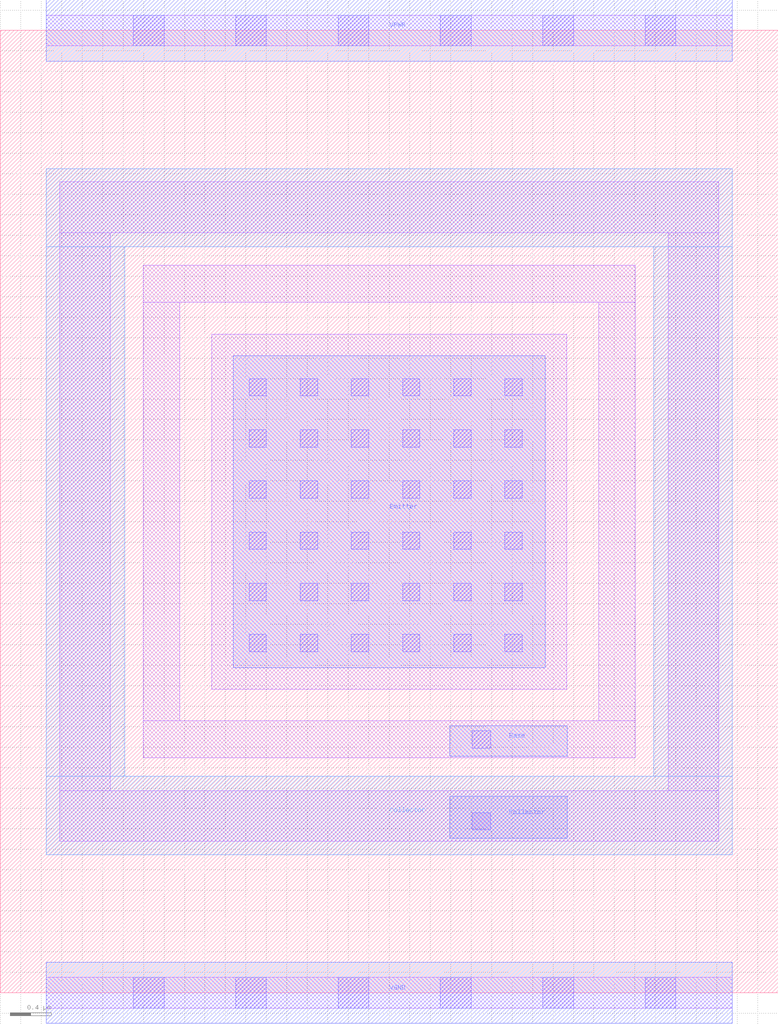
<source format=lef>
VERSION 5.7 ;
  NOWIREEXTENSIONATPIN ON ;
  DIVIDERCHAR "/" ;
  BUSBITCHARS "[]" ;
MACRO sky130_asc_pnp_05v5_W3p40L3p40_1
  CLASS CORE ;
  FOREIGN sky130_asc_pnp_05v5_W3p40L3p40_1 ;
  ORIGIN 0.000 0.000 ;
  SIZE 7.600 BY 9.400 ;
  SITE unitasc ;
  PIN Emitter
    DIRECTION INOUT ;
    ANTENNADIFFAREA 11.559999 ;
    PORT
      LAYER met1 ;
        RECT 2.275 3.175 5.325 6.225 ;
    END
  END Emitter
  PIN Base
    DIRECTION INOUT ;
    ANTENNAGATEAREA 26.728899 ;
    ANTENNADIFFAREA 6.408000 ;
    PORT
      LAYER met1 ;
        RECT 4.390 2.310 5.540 2.610 ;
    END
  END Base
  PIN Collector
    DIRECTION INOUT ;
    ANTENNADIFFAREA 11.988700 ;
    PORT
      LAYER pwell ;
        RECT 0.450 7.285 7.150 8.050 ;
        RECT 0.450 2.115 1.215 7.285 ;
        RECT 6.385 2.115 7.150 7.285 ;
        RECT 0.450 1.350 7.150 2.115 ;
      LAYER met1 ;
        RECT 4.390 1.510 5.540 1.920 ;
    END
  END Collector
  PIN VPWR
    DIRECTION INOUT ;
    USE POWER ;
    PORT
      LAYER met1 ;
        RECT 0.450 9.100 7.150 9.700 ;
    END
  END VPWR
  PIN VGND
    DIRECTION INOUT ;
    USE GROUND ;
    PORT
      LAYER met1 ;
        RECT 0.450 -0.300 7.150 0.300 ;
    END
  END VGND
  OBS
      LAYER li1 ;
        RECT 0.450 9.250 7.150 9.550 ;
        RECT 0.580 7.425 7.020 7.920 ;
        RECT 0.580 1.975 1.075 7.425 ;
        RECT 1.395 6.745 6.205 7.105 ;
        RECT 1.395 2.655 1.755 6.745 ;
        RECT 2.065 2.965 5.535 6.435 ;
        RECT 5.845 2.655 6.205 6.745 ;
        RECT 1.395 2.295 6.205 2.655 ;
        RECT 6.525 1.975 7.020 7.425 ;
        RECT 0.580 1.480 7.020 1.975 ;
        RECT 0.450 -0.150 7.150 0.150 ;
      LAYER mcon ;
        RECT 1.300 9.250 1.600 9.550 ;
        RECT 2.300 9.250 2.600 9.550 ;
        RECT 3.300 9.250 3.600 9.550 ;
        RECT 4.300 9.250 4.600 9.550 ;
        RECT 5.300 9.250 5.600 9.550 ;
        RECT 6.300 9.250 6.600 9.550 ;
        RECT 2.430 5.830 2.600 6.000 ;
        RECT 2.930 5.830 3.100 6.000 ;
        RECT 3.430 5.830 3.600 6.000 ;
        RECT 3.930 5.830 4.100 6.000 ;
        RECT 4.430 5.830 4.600 6.000 ;
        RECT 4.930 5.830 5.100 6.000 ;
        RECT 2.430 5.330 2.600 5.500 ;
        RECT 2.930 5.330 3.100 5.500 ;
        RECT 3.430 5.330 3.600 5.500 ;
        RECT 3.930 5.330 4.100 5.500 ;
        RECT 4.430 5.330 4.600 5.500 ;
        RECT 4.930 5.330 5.100 5.500 ;
        RECT 2.430 4.830 2.600 5.000 ;
        RECT 2.930 4.830 3.100 5.000 ;
        RECT 3.430 4.830 3.600 5.000 ;
        RECT 3.930 4.830 4.100 5.000 ;
        RECT 4.430 4.830 4.600 5.000 ;
        RECT 4.930 4.830 5.100 5.000 ;
        RECT 2.430 4.330 2.600 4.500 ;
        RECT 2.930 4.330 3.100 4.500 ;
        RECT 3.430 4.330 3.600 4.500 ;
        RECT 3.930 4.330 4.100 4.500 ;
        RECT 4.430 4.330 4.600 4.500 ;
        RECT 4.930 4.330 5.100 4.500 ;
        RECT 2.430 3.830 2.600 4.000 ;
        RECT 2.930 3.830 3.100 4.000 ;
        RECT 3.430 3.830 3.600 4.000 ;
        RECT 3.930 3.830 4.100 4.000 ;
        RECT 4.430 3.830 4.600 4.000 ;
        RECT 4.930 3.830 5.100 4.000 ;
        RECT 2.430 3.330 2.600 3.500 ;
        RECT 2.930 3.330 3.100 3.500 ;
        RECT 3.430 3.330 3.600 3.500 ;
        RECT 3.930 3.330 4.100 3.500 ;
        RECT 4.430 3.330 4.600 3.500 ;
        RECT 4.930 3.330 5.100 3.500 ;
        RECT 4.610 2.390 4.790 2.560 ;
        RECT 4.610 1.590 4.790 1.760 ;
        RECT 1.300 -0.150 1.600 0.150 ;
        RECT 2.300 -0.150 2.600 0.150 ;
        RECT 3.300 -0.150 3.600 0.150 ;
        RECT 4.300 -0.150 4.600 0.150 ;
        RECT 5.300 -0.150 5.600 0.150 ;
        RECT 6.300 -0.150 6.600 0.150 ;
  END
END sky130_asc_pnp_05v5_W3p40L3p40_1
END LIBRARY


</source>
